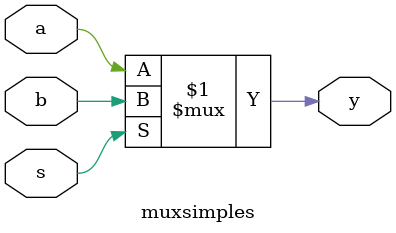
<source format=v>
module muxsimples (a, b, s, y);
    input a, b, s;
    output y;

    assign y = s ? b: a;
    
endmodule
</source>
